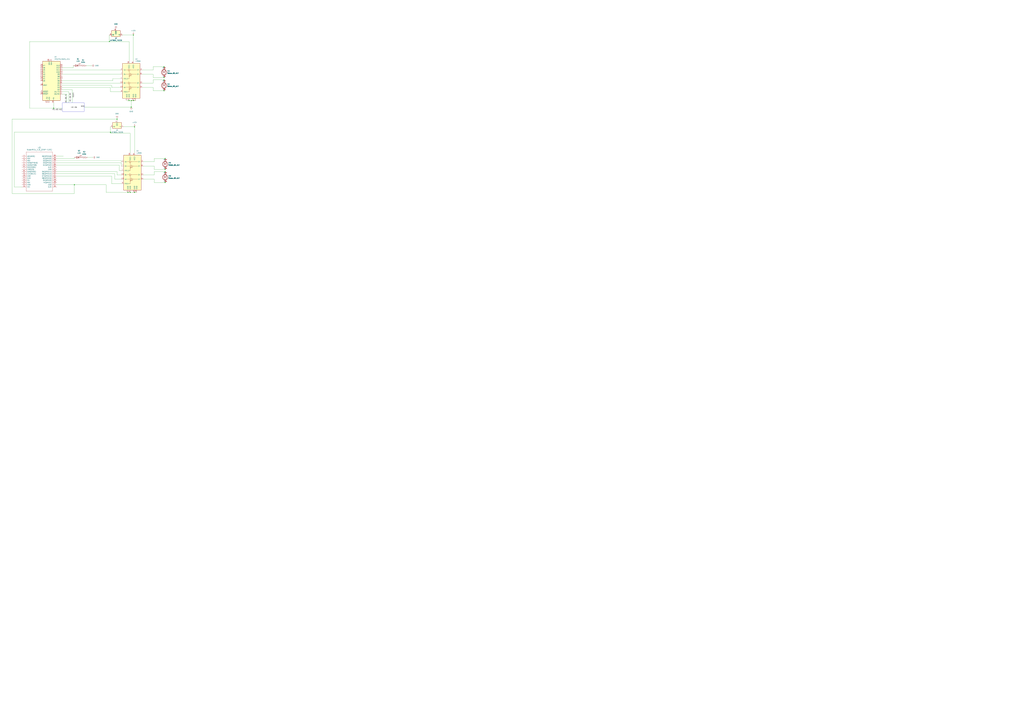
<source format=kicad_sch>
(kicad_sch (version 20230121) (generator eeschema)
  (paper "A0")
  (lib_symbols
    (symbol "Device:LED" (pin_numbers hide) (pin_names (offset 1.016) hide)
      (property "Reference" "D" (at 0 2.54 0))
      (property "Value" "LED" (at 0 -2.54 0))
      (symbol "LED_0_1"
        (polyline (pts (xy -1.27 -1.27) (xy -1.27 1.27)) (stroke (width 0.254)))
        (polyline (pts (xy -1.27 0) (xy 1.27 0)))
        (polyline (pts (xy 1.27 -1.27) (xy 1.27 1.27) (xy -1.27 0) (xy 1.27 -1.27)) (stroke (width 0.254)))
        (polyline (pts (xy -3.048 -0.762) (xy -4.572 -2.286) (xy -3.81 -2.286) (xy -4.572 -2.286) (xy -4.572 -1.524)))
        (polyline (pts (xy -1.778 -0.762) (xy -3.302 -2.286) (xy -2.54 -2.286) (xy -3.302 -2.286) (xy -3.302 -1.524)))
      )
      (symbol "LED_1_1"
        (pin passive line (at -3.81 0 0) (length 2.54) (name "K") (number "1"))
        (pin passive line (at 3.81 0 180) (length 2.54) (name "A") (number "2"))
      )
    )
    (symbol "Device:R_US" (pin_numbers hide) (pin_names (offset 0))
      (property "Reference" "R" (at 2.54 0 90))
      (property "Value" "R_US" (at -2.54 0 90))
      (symbol "R_US_0_1"
        (polyline (pts (xy 0 -2.286) (xy 0 -2.54)))
        (polyline (pts (xy 0 2.286) (xy 0 2.54)))
        (polyline (pts (xy 0 -0.762) (xy 1.016 -1.143) (xy 0 -1.524) (xy -1.016 -1.905) (xy 0 -2.286)))
        (polyline (pts (xy 0 0.762) (xy 1.016 0.381) (xy 0 0) (xy -1.016 -0.381) (xy 0 -0.762)))
        (polyline (pts (xy 0 2.286) (xy 1.016 1.905) (xy 0 1.524) (xy -1.016 1.143) (xy 0 0.762)))
      )
      (symbol "R_US_1_1"
        (pin passive line (at 0 3.81 270) (length 1.27) (name "~") (number "1"))
        (pin passive line (at 0 -3.81 90) (length 1.27) (name "~") (number "2"))
      )
    )
    (symbol "Driver_Motor:L293D" (pin_names (offset 1.016))
      (property "Reference" "U" (at -5.08 26.035 0))
      (property "Value" "L293D" (at -5.08 24.13 0))
      (symbol "L293D_0_1"
        (rectangle (start -10.16 22.86) (end 10.16 -17.78) (stroke (width 0.254)) (fill (type background)))
        (circle (center -2.286 -6.858) (radius 0.254) (fill (type outline)))
        (circle (center -2.286 8.255) (radius 0.254) (fill (type outline)))
        (polyline (pts (xy -6.35 -4.953) (xy -1.27 -4.953)))
        (polyline (pts (xy -6.35 0.127) (xy -3.175 0.127)))
        (polyline (pts (xy -6.35 10.16) (xy -1.27 10.16)))
        (polyline (pts (xy -6.35 15.24) (xy -3.175 15.24)))
        (polyline (pts (xy -1.27 0.127) (xy 6.35 0.127)))
        (polyline (pts (xy -1.27 15.24) (xy 6.35 15.24)))
        (polyline (pts (xy 0.635 -4.953) (xy 6.35 -4.953)))
        (polyline (pts (xy 0.635 10.16) (xy 6.35 10.16)))
        (polyline (pts (xy -2.286 -6.858) (xy -0.254 -6.858) (xy -0.254 -5.588)))
        (polyline (pts (xy -2.286 -0.635) (xy -2.286 -10.16) (xy -3.556 -10.16)))
        (polyline (pts (xy -2.286 8.255) (xy -0.254 8.255) (xy -0.254 9.525)))
        (polyline (pts (xy -2.286 14.478) (xy -2.286 5.08) (xy -3.556 5.08)))
        (polyline (pts (xy -3.175 1.397) (xy -3.175 -1.143) (xy -1.27 0.127) (xy -3.175 1.397)))
        (polyline (pts (xy -3.175 16.51) (xy -3.175 13.97) (xy -1.27 15.24) (xy -3.175 16.51)))
        (polyline (pts (xy -1.27 -3.683) (xy -1.27 -6.223) (xy 0.635 -4.953) (xy -1.27 -3.683)))
        (polyline (pts (xy -1.27 11.43) (xy -1.27 8.89) (xy 0.635 10.16) (xy -1.27 11.43)))
      )
      (symbol "L293D_1_1"
        (pin input line (at -12.7 5.08 0) (length 2.54) (name "EN1,2") (number "1"))
        (pin input line (at -12.7 0 0) (length 2.54) (name "3A") (number "10"))
        (pin output line (at 12.7 0 180) (length 2.54) (name "3Y") (number "11"))
        (pin power_in line (at 2.54 -20.32 90) (length 2.54) (name "GND") (number "12"))
        (pin power_in line (at 5.08 -20.32 90) (length 2.54) (name "GND") (number "13"))
        (pin output line (at 12.7 -5.08 180) (length 2.54) (name "4Y") (number "14"))
        (pin input line (at -12.7 -5.08 0) (length 2.54) (name "4A") (number "15"))
        (pin power_in line (at -2.54 25.4 270) (length 2.54) (name "VCC1") (number "16"))
        (pin input line (at -12.7 15.24 0) (length 2.54) (name "1A") (number "2"))
        (pin output line (at 12.7 15.24 180) (length 2.54) (name "1Y") (number "3"))
        (pin power_in line (at -5.08 -20.32 90) (length 2.54) (name "GND") (number "4"))
        (pin power_in line (at -2.54 -20.32 90) (length 2.54) (name "GND") (number "5"))
        (pin output line (at 12.7 10.16 180) (length 2.54) (name "2Y") (number "6"))
        (pin input line (at -12.7 10.16 0) (length 2.54) (name "2A") (number "7"))
        (pin power_in line (at 2.54 25.4 270) (length 2.54) (name "VCC2") (number "8"))
        (pin input line (at -12.7 -10.16 0) (length 2.54) (name "EN3,4") (number "9"))
      )
    )
    (symbol "ESP8266:NodeMCU_1.0_(ESP-12E)" (pin_names (offset 1.016))
      (property "Reference" "U" (at 0 21.59 0))
      (property "Value" "NodeMCU_1.0_(ESP-12E)" (at 0 -21.59 0))
      (symbol "NodeMCU_1.0_(ESP-12E)_0_1"
        (rectangle (start -15.24 -22.86) (end 15.24 22.86))
      )
      (symbol "NodeMCU_1.0_(ESP-12E)_1_1"
        (pin input line (at -20.32 17.78 0) (length 5.08) (name "A0(ADC0)") (number "1"))
        (pin input line (at -20.32 -5.08 0) (length 5.08) (name "GND") (number "10"))
        (pin power_out line (at -20.32 -7.62 0) (length 5.08) (name "3.3V") (number "11"))
        (pin input line (at -20.32 -10.16 0) (length 5.08) (name "EN") (number "12"))
        (pin input line (at -20.32 -12.7 0) (length 5.08) (name "RST") (number "13"))
        (pin power_in line (at -20.32 -15.24 0) (length 5.08) (name "GND") (number "14"))
        (pin power_in line (at -20.32 -17.78 0) (length 5.08) (name "VIN") (number "15"))
        (pin power_out line (at 20.32 -17.78 180) (length 5.08) (name "3.3V") (number "16"))
        (pin power_in line (at 20.32 -15.24 180) (length 5.08) (name "GND") (number "17"))
        (pin bidirectional line (at 20.32 -12.7 180) (length 5.08) (name "TX(GPIO1)") (number "18"))
        (pin bidirectional line (at 20.32 -10.16 180) (length 5.08) (name "RX(DPIO3)") (number "19"))
        (pin input line (at -20.32 15.24 0) (length 5.08) (name "RSV") (number "2"))
        (pin bidirectional line (at 20.32 -7.62 180) (length 5.08) (name "D8(GPIO15)") (number "20"))
        (pin bidirectional line (at 20.32 -5.08 180) (length 5.08) (name "D7(GPIO13)") (number "21"))
        (pin bidirectional line (at 20.32 -2.54 180) (length 5.08) (name "D6(GPIO12)") (number "22"))
        (pin bidirectional line (at 20.32 0 180) (length 5.08) (name "D5(GPIO14)") (number "23"))
        (pin power_in line (at 20.32 2.54 180) (length 5.08) (name "GND") (number "24"))
        (pin power_out line (at 20.32 5.08 180) (length 5.08) (name "3.3V") (number "25"))
        (pin bidirectional line (at 20.32 7.62 180) (length 5.08) (name "D4(GPIO2)") (number "26"))
        (pin bidirectional line (at 20.32 10.16 180) (length 5.08) (name "D3(GPIO0)") (number "27"))
        (pin bidirectional line (at 20.32 12.7 180) (length 5.08) (name "D2(GPIO4)") (number "28"))
        (pin bidirectional line (at 20.32 15.24 180) (length 5.08) (name "D1(GPIO5)") (number "29"))
        (pin input line (at -20.32 12.7 0) (length 5.08) (name "RSV") (number "3"))
        (pin bidirectional line (at 20.32 17.78 180) (length 5.08) (name "D0(GPIO16)") (number "30"))
        (pin bidirectional line (at -20.32 10.16 0) (length 5.08) (name "SD3(GPIO10)") (number "4"))
        (pin bidirectional line (at -20.32 7.62 0) (length 5.08) (name "SD2(GPIO9)") (number "5"))
        (pin bidirectional line (at -20.32 5.08 0) (length 5.08) (name "SD1(MOSI)") (number "6"))
        (pin bidirectional line (at -20.32 2.54 0) (length 5.08) (name "CMD(CS)") (number "7"))
        (pin bidirectional line (at -20.32 0 0) (length 5.08) (name "SDO(MISO)") (number "8"))
        (pin bidirectional line (at -20.32 -2.54 0) (length 5.08) (name "CLK(SCLK)") (number "9"))
      )
    )
    (symbol "MCU_Module:Arduino_Nano_v2.x"
      (property "Reference" "A" (at -10.16 23.495 0))
      (property "Value" "Arduino_Nano_v2.x" (at 5.08 -24.13 0))
      (symbol "Arduino_Nano_v2.x_0_1"
        (rectangle (start -10.16 22.86) (end 10.16 -22.86) (stroke (width 0.254)) (fill (type background)))
      )
      (symbol "Arduino_Nano_v2.x_1_1"
        (pin bidirectional line (at -12.7 12.7 0) (length 2.54) (name "D1/TX") (number "1"))
        (pin bidirectional line (at -12.7 -2.54 0) (length 2.54) (name "D7") (number "10"))
        (pin bidirectional line (at -12.7 -5.08 0) (length 2.54) (name "D8") (number "11"))
        (pin bidirectional line (at -12.7 -7.62 0) (length 2.54) (name "D9") (number "12"))
        (pin bidirectional line (at -12.7 -10.16 0) (length 2.54) (name "D10") (number "13"))
        (pin bidirectional line (at -12.7 -12.7 0) (length 2.54) (name "D11") (number "14"))
        (pin bidirectional line (at -12.7 -15.24 0) (length 2.54) (name "D12") (number "15"))
        (pin bidirectional line (at -12.7 -17.78 0) (length 2.54) (name "D13") (number "16"))
        (pin power_out line (at 2.54 25.4 270) (length 2.54) (name "3V3") (number "17"))
        (pin input line (at 12.7 5.08 180) (length 2.54) (name "AREF") (number "18"))
        (pin bidirectional line (at 12.7 0 180) (length 2.54) (name "A0") (number "19"))
        (pin bidirectional line (at -12.7 15.24 0) (length 2.54) (name "D0/RX") (number "2"))
        (pin bidirectional line (at 12.7 -2.54 180) (length 2.54) (name "A1") (number "20"))
        (pin bidirectional line (at 12.7 -5.08 180) (length 2.54) (name "A2") (number "21"))
        (pin bidirectional line (at 12.7 -7.62 180) (length 2.54) (name "A3") (number "22"))
        (pin bidirectional line (at 12.7 -10.16 180) (length 2.54) (name "A4") (number "23"))
        (pin bidirectional line (at 12.7 -12.7 180) (length 2.54) (name "A5") (number "24"))
        (pin bidirectional line (at 12.7 -15.24 180) (length 2.54) (name "A6") (number "25"))
        (pin bidirectional line (at 12.7 -17.78 180) (length 2.54) (name "A7") (number "26"))
        (pin power_out line (at 5.08 25.4 270) (length 2.54) (name "+5V") (number "27"))
        (pin input line (at 12.7 15.24 180) (length 2.54) (name "~{RESET}") (number "28"))
        (pin power_in line (at 2.54 -25.4 90) (length 2.54) (name "GND") (number "29"))
        (pin input line (at 12.7 12.7 180) (length 2.54) (name "~{RESET}") (number "3"))
        (pin power_in line (at -2.54 25.4 270) (length 2.54) (name "VIN") (number "30"))
        (pin power_in line (at 0 -25.4 90) (length 2.54) (name "GND") (number "4"))
        (pin bidirectional line (at -12.7 10.16 0) (length 2.54) (name "D2") (number "5"))
        (pin bidirectional line (at -12.7 7.62 0) (length 2.54) (name "D3") (number "6"))
        (pin bidirectional line (at -12.7 5.08 0) (length 2.54) (name "D4") (number "7"))
        (pin bidirectional line (at -12.7 2.54 0) (length 2.54) (name "D5") (number "8"))
        (pin bidirectional line (at -12.7 0 0) (length 2.54) (name "D6") (number "9"))
      )
    )
    (symbol "Motor:Motor_DC_ALT" (pin_names (offset 0))
      (property "Reference" "M" (at 2.54 2.54 0))
      (property "Value" "Motor_DC_ALT" (at 2.54 -5.08 0))
      (symbol "Motor_DC_ALT_0_0"
        (circle (center 0 -1.524) (radius 2.9718) (stroke (width 0.254)))
        (polyline (pts (xy -1.27 -4.318) (xy -1.27 -5.08) (xy 1.27 -5.08) (xy 1.27 -4.318)))
        (polyline (pts (xy -1.27 1.27) (xy -1.27 2.032) (xy 1.27 2.032) (xy 1.27 1.27)))
        (polyline (pts (xy -1.27 -3.302) (xy -1.27 0.508) (xy 0 -2.032) (xy 1.27 0.508) (xy 1.27 -3.302)))
      )
      (symbol "Motor_DC_ALT_0_1"
        (polyline (pts (xy 0 2.032) (xy 0 2.54)))
      )
      (symbol "Motor_DC_ALT_1_1"
        (pin passive line (at 0 5.08 270) (length 2.54) (name "+") (number "1"))
        (pin passive line (at 0 -7.62 90) (length 2.54) (name "-") (number "2"))
      )
    )
    (symbol "Regulator_Linear:LM7805_TO220" (pin_names (offset 0.254))
      (property "Reference" "U" (at -3.81 3.175 0))
      (property "Value" "LM7805_TO220" (at 0 3.175 0))
      (symbol "LM7805_TO220_0_1"
        (rectangle (start -5.08 1.905) (end 5.08 -5.08) (stroke (width 0.254)) (fill (type background)))
      )
      (symbol "LM7805_TO220_1_1"
        (pin power_in line (at -7.62 0 0) (length 2.54) (name "VI") (number "1"))
        (pin power_in line (at 0 -7.62 90) (length 2.54) (name "GND") (number "2"))
        (pin power_out line (at 7.62 0 180) (length 2.54) (name "VO") (number "3"))
      )
    )
    (symbol "power:+12V" (power) (pin_names (offset 0))
      (property "Value" "+12V" (at 0 3.556 0))
      (symbol "+12V_0_1"
        (polyline (pts (xy -0.762 1.27) (xy 0 2.54)))
        (polyline (pts (xy 0 0) (xy 0 2.54)))
        (polyline (pts (xy 0 2.54) (xy 0.762 1.27)))
      )
      (symbol "+12V_1_1"
        (pin power_in line (at 0 0 90) (length 0) hide (name "+12V") (number "1"))
      )
    )
    (symbol "power:GND" (power) (pin_names (offset 0))
      (property "Value" "GND" (at 0 -3.81 0))
      (symbol "GND_0_1"
        (polyline (pts (xy 0 0) (xy 0 -1.27) (xy 1.27 -1.27) (xy 0 -2.54) (xy -1.27 -1.27) (xy 0 -1.27)))
      )
      (symbol "GND_1_1"
        (pin power_in line (at 0 0 270) (length 0) hide (name "GND") (number "1"))
      )
    )
  )
  (junction (at 135.89 138.43))
  (junction (at 191.77 184.15))
  (junction (at 152.4 116.84))
  (junction (at 156.21 223.52))
  (junction (at 128.27 153.67))
  (junction (at 191.77 196.85))
  (junction (at 149.86 116.84))
  (junction (at 152.4 124.46))
  (junction (at 154.94 116.84))
  (junction (at 190.5 77.47))
  (junction (at 156.21 147.32))
  (junction (at 191.77 212.09))
  (junction (at 190.5 92.71))
  (junction (at 191.77 199.39))
  (junction (at 190.5 90.17))
  (junction (at 127 48.26))
  (junction (at 86.36 214.63))
  (junction (at 62.23 125.73))
  (junction (at 154.94 40.64))
  (junction (at 148.59 223.52))
  (junction (at 190.5 105.41))
  (junction (at 151.13 223.52))
  (wire (pts (xy 85.09 78.74) (xy 85.09 76.2)))
  (wire (pts (xy 34.29 48.26) (xy 34.29 125.73)))
  (wire (pts (xy 140.97 189.23) (xy 140.97 193.04)))
  (wire (pts (xy 166.37 208.28) (xy 179.07 208.28)))
  (wire (pts (xy 16.51 153.67) (xy 16.51 217.17)))
  (wire (pts (xy 86.36 224.79) (xy 86.36 214.63)))
  (wire (pts (xy 140.97 186.69) (xy 140.97 187.96)))
  (wire (pts (xy 72.39 101.6) (xy 128.27 101.6)))
  (wire (pts (xy 66.04 204.47) (xy 129.54 204.47)))
  (wire (pts (xy 135.89 137.16) (xy 135.89 138.43)))
  (wire (pts (xy 133.35 208.28) (xy 140.97 208.28)))
  (wire (pts (xy 129.54 99.06) (xy 72.39 99.06)))
  (wire (pts (xy 179.07 199.39) (xy 179.07 203.2)))
  (wire (pts (xy 128.27 153.67) (xy 16.51 153.67)))
  (wire (pts (xy 127 48.26) (xy 34.29 48.26)))
  (wire (pts (xy 154.94 40.64) (xy 154.94 71.12)))
  (wire (pts (xy 139.7 101.6) (xy 129.54 101.6)))
  (wire (pts (xy 66.04 184.15) (xy 86.36 184.15)))
  (wire (pts (xy 177.8 101.6) (xy 177.8 105.41)))
  (wire (pts (xy 135.89 138.43) (xy 13.97 138.43)))
  (wire (pts (xy 129.54 101.6) (xy 129.54 99.06)))
  (wire (pts (xy 179.07 199.39) (xy 191.77 199.39)))
  (wire (pts (xy 129.54 204.47) (xy 129.54 213.36)))
  (wire (pts (xy 156.21 147.32) (xy 156.21 177.8)))
  (wire (pts (xy 151.13 154.94) (xy 151.13 177.8)))
  (wire (pts (xy 135.89 138.43) (xy 135.89 139.7)))
  (wire (pts (xy 72.39 86.36) (xy 139.7 86.36)))
  (wire (pts (xy 179.07 212.09) (xy 191.77 212.09)))
  (wire (pts (xy 72.39 106.68) (xy 80.01 106.68)))
  (wire (pts (xy 138.43 191.77) (xy 138.43 198.12)))
  (wire (pts (xy 101.6 182.88) (xy 107.95 182.88)))
  (wire (pts (xy 66.04 214.63) (xy 86.36 214.63)))
  (wire (pts (xy 179.07 196.85) (xy 191.77 196.85)))
  (wire (pts (xy 154.94 116.84) (xy 157.48 116.84)))
  (wire (pts (xy 179.07 208.28) (xy 179.07 212.09)))
  (wire (pts (xy 179.07 184.15) (xy 191.77 184.15)))
  (wire (pts (xy 143.51 147.32) (xy 156.21 147.32)))
  (wire (pts (xy 128.27 106.68) (xy 139.7 106.68)))
  (wire (pts (xy 72.39 104.14) (xy 83.82 104.14)))
  (wire (pts (xy 166.37 203.2) (xy 179.07 203.2)))
  (wire (pts (xy 166.37 193.04) (xy 179.07 193.04)))
  (wire (pts (xy 77.47 109.22) (xy 77.47 119.38)))
  (wire (pts (xy 177.8 90.17) (xy 190.5 90.17)))
  (wire (pts (xy 97.79 124.46) (xy 152.4 124.46)))
  (wire (pts (xy 66.04 201.93) (xy 133.35 201.93)))
  (wire (pts (xy 62.23 125.73) (xy 72.39 125.73)))
  (wire (pts (xy 129.54 213.36) (xy 140.97 213.36)))
  (wire (pts (xy 165.1 81.28) (xy 177.8 81.28)))
  (wire (pts (xy 148.59 223.52) (xy 151.13 223.52)))
  (wire (pts (xy 142.24 40.64) (xy 154.94 40.64)))
  (wire (pts (xy 135.89 203.2) (xy 140.97 203.2)))
  (wire (pts (xy 156.21 223.52) (xy 158.75 223.52)))
  (wire (pts (xy 127 40.64) (xy 127 48.26)))
  (wire (pts (xy 123.19 223.52) (xy 148.59 223.52)))
  (wire (pts (xy 149.86 116.84) (xy 152.4 116.84)))
  (wire (pts (xy 72.39 109.22) (xy 77.47 109.22)))
  (wire (pts (xy 100.33 76.2) (xy 106.68 76.2)))
  (wire (pts (xy 66.04 186.69) (xy 140.97 186.69)))
  (wire (pts (xy 34.29 125.73) (xy 62.23 125.73)))
  (wire (pts (xy 135.89 199.39) (xy 135.89 203.2)))
  (wire (pts (xy 128.27 154.94) (xy 151.13 154.94)))
  (wire (pts (xy 179.07 193.04) (xy 179.07 196.85)))
  (wire (pts (xy 130.81 91.44) (xy 139.7 91.44)))
  (wire (pts (xy 177.8 77.47) (xy 190.5 77.47)))
  (wire (pts (xy 165.1 96.52) (xy 177.8 96.52)))
  (wire (pts (xy 166.37 187.96) (xy 179.07 187.96)))
  (wire (pts (xy 151.13 223.52) (xy 156.21 223.52)))
  (wire (pts (xy 138.43 198.12) (xy 140.97 198.12)))
  (wire (pts (xy 66.04 181.61) (xy 73.66 181.61)))
  (wire (pts (xy 152.4 116.84) (xy 152.4 124.46)))
  (wire (pts (xy 72.39 96.52) (xy 139.7 96.52)))
  (wire (pts (xy 127 48.26) (xy 149.86 48.26)))
  (wire (pts (xy 147.32 116.84) (xy 149.86 116.84)))
  (wire (pts (xy 165.1 101.6) (xy 177.8 101.6)))
  (wire (pts (xy 72.39 81.28) (xy 139.7 81.28)))
  (wire (pts (xy 177.8 92.71) (xy 190.5 92.71)))
  (wire (pts (xy 130.81 93.98) (xy 130.81 91.44)))
  (wire (pts (xy 149.86 48.26) (xy 149.86 71.12)))
  (wire (pts (xy 177.8 105.41) (xy 190.5 105.41)))
  (wire (pts (xy 165.1 86.36) (xy 177.8 86.36)))
  (wire (pts (xy 66.04 199.39) (xy 135.89 199.39)))
  (wire (pts (xy 72.39 93.98) (xy 130.81 93.98)))
  (wire (pts (xy 86.36 184.15) (xy 86.36 182.88)))
  (wire (pts (xy 66.04 191.77) (xy 138.43 191.77)))
  (wire (pts (xy 179.07 184.15) (xy 179.07 187.96)))
  (wire (pts (xy 152.4 116.84) (xy 154.94 116.84)))
  (wire (pts (xy 66.04 189.23) (xy 140.97 189.23)))
  (wire (pts (xy 86.36 214.63) (xy 123.19 214.63)))
  (wire (pts (xy 16.51 217.17) (xy 25.4 217.17)))
  (wire (pts (xy 177.8 77.47) (xy 177.8 81.28)))
  (wire (pts (xy 83.82 104.14) (xy 83.82 119.38)))
  (wire (pts (xy 128.27 101.6) (xy 128.27 106.68)))
  (wire (pts (xy 128.27 147.32) (xy 128.27 153.67)))
  (wire (pts (xy 123.19 214.63) (xy 123.19 223.52)))
  (wire (pts (xy 13.97 138.43) (xy 13.97 224.79)))
  (wire (pts (xy 177.8 86.36) (xy 177.8 90.17)))
  (wire (pts (xy 13.97 224.79) (xy 86.36 224.79)))
  (wire (pts (xy 62.23 119.38) (xy 62.23 125.73)))
  (wire (pts (xy 72.39 78.74) (xy 85.09 78.74)))
  (wire (pts (xy 80.01 106.68) (xy 80.01 119.38)))
  (wire (pts (xy 133.35 201.93) (xy 133.35 208.28)))
  (wire (pts (xy 128.27 153.67) (xy 128.27 154.94)))
  (wire (pts (xy 177.8 92.71) (xy 177.8 96.52)))
  (rectangle (start 72.39 119.38) (end 97.79 129.54))
  (label "HC-05 RX" (at 82.55 118.11 90))
  (label "HC-05 VCC" (at 60.96 128.27 0))
  (label "GND" (at 93.98 124.46 0))
  (label "STATE" (at 86.36 113.03 90))
  (label "HC-05" (at 82.55 125.73 0))
  (label "HC-05 TX" (at 77.47 119.38 90))
  (symbol (lib_id "Regulator_Linear:LM7805_TO220") (at 135.89 147.32 180) (unit 1)
    (property "Reference" "U3" (at 135.89 151.13 0))
    (property "Value" "LM7805_TO220" (at 135.89 153.67 0))
    (property "Footprint" "Package_TO_SOT_THT:TO-220-3_Vertical" (effects hide))
    (property "Datasheet" "https://www.onsemi.cn/PowerSolutions/document/MC7800-D.PDF" (effects hide))
  )
  (symbol (lib_id "Motor:Motor_DC_ALT") (at 190.5 97.79 0) (unit 1)
    (property "Reference" "M4" (effects hide))
    (property "Value" "Motor_DC_ALT" (at 194.31 100.33 0) (effects (justify left)))
  )
  (symbol (lib_id "power:+12V") (at 154.94 40.64 0) (unit 1)
    (property "Reference" "#PWR01" (effects hide))
    (property "Value" "+12V" (at 154.94 35.56 0))
  )
  (symbol (lib_id "Device:R_US") (at 97.79 182.88 90) (unit 1)
    (property "Reference" "R2" (at 97.79 176.53 90))
    (property "Value" "220k" (at 97.79 179.07 90))
  )
  (symbol (lib_id "power:GND") (at 152.4 124.46 0) (unit 1)
    (property "Reference" "#PWR04" (effects hide))
    (property "Value" "GND" (at 152.4 129.54 0))
  )
  (symbol (lib_id "Driver_Motor:L293D") (at 152.4 96.52 0) (unit 1)
    (property "Reference" "U1" (at 157.1341 68.58 0) (effects (justify left)))
    (property "Value" "L293D" (at 157.1341 71.12 0) (effects (justify left)))
    (property "Footprint" "Package_DIP:DIP-16_W7.62mm" (effects hide))
    (property "Datasheet" "http://www.ti.com/lit/ds/symlink/l293.pdf" (effects hide))
  )
  (symbol (lib_id "power:GND") (at 134.62 33.02 180) (unit 1)
    (property "Reference" "#PWR02" (effects hide))
    (property "Value" "GND" (at 134.62 27.94 0))
  )
  (symbol (lib_id "Motor:Motor_DC_ALT") (at 191.77 189.23 0) (unit 1)
    (property "Reference" "M5" (effects hide))
    (property "Value" "Motor_DC_ALT" (at 195.58 191.77 0) (effects (justify left)))
  )
  (symbol (lib_id "Driver_Motor:L293D") (at 153.67 203.2 0) (unit 1)
    (property "Reference" "U4" (at 158.4041 175.26 0) (effects (justify left)))
    (property "Value" "L293D" (at 158.4041 177.8 0) (effects (justify left)))
    (property "Footprint" "Package_DIP:DIP-16_W7.62mm" (effects hide))
    (property "Datasheet" "http://www.ti.com/lit/ds/symlink/l293.pdf" (effects hide))
  )
  (symbol (lib_id "Regulator_Linear:LM7805_TO220") (at 134.62 40.64 180) (unit 1)
    (property "Reference" "U2" (at 134.62 44.45 0))
    (property "Value" "LM7805_TO220" (at 134.62 46.99 0))
    (property "Footprint" "Package_TO_SOT_THT:TO-220-3_Vertical" (effects hide))
    (property "Datasheet" "https://www.onsemi.cn/PowerSolutions/document/MC7800-D.PDF" (effects hide))
  )
  (symbol (lib_id "MCU_Module:Arduino_Nano_v2.x") (at 59.69 93.98 180) (unit 1)
    (property "Reference" "A1" (at 63.3161 66.04 0) (effects (justify right)))
    (property "Value" "Arduino_Nano_v2.x" (at 63.3161 68.58 0) (effects (justify right)))
    (property "Footprint" "Module:Arduino_Nano" (effects hide))
    (property "Datasheet" "https://www.arduino.cc/en/uploads/Main/ArduinoNanoManual23.pdf" (effects hide))
  )
  (symbol (lib_id "ESP8266:NodeMCU_1.0_(ESP-12E)") (at 45.72 199.39 0) (unit 1)
    (property "Reference" "U5" (at 45.72 171.45 0) (effects (font (size 1.524 1.524))))
    (property "Value" "NodeMCU_1.0_(ESP-12E)" (at 45.72 173.99 0) (effects (font (size 1.524 1.524))))
  )
  (symbol (lib_id "Motor:Motor_DC_ALT") (at 190.5 82.55 0) (unit 1)
    (property "Reference" "M1" (effects hide))
    (property "Value" "Motor_DC_ALT" (at 194.31 85.09 0) (effects (justify left)))
  )
  (symbol (lib_id "power:GND") (at 135.89 137.16 180) (unit 1)
    (property "Reference" "#PWR06" (effects hide))
    (property "Value" "GND" (at 135.89 132.08 0))
  )
  (symbol (lib_id "Motor:Motor_DC_ALT") (at 190.5 82.55 0) (unit 1)
    (property "Reference" "M3" (at 194.31 82.55 0) (effects (justify left)))
    (property "Value" "Motor_DC_ALT" (at 194.31 85.09 0) (effects (justify left)))
  )
  (symbol (lib_id "Device:R_US") (at 96.52 76.2 90) (unit 1)
    (property "Reference" "R1" (at 96.52 69.85 90))
    (property "Value" "220k" (at 96.52 72.39 90))
  )
  (symbol (lib_id "power:+12V") (at 156.21 147.32 0) (unit 1)
    (property "Reference" "#PWR08" (effects hide))
    (property "Value" "+12V" (at 156.21 142.24 0))
  )
  (symbol (lib_id "Motor:Motor_DC_ALT") (at 191.77 189.23 0) (unit 1)
    (property "Reference" "M6" (at 195.58 189.23 0) (effects (justify left)))
    (property "Value" "Motor_DC_ALT" (at 195.58 191.77 0) (effects (justify left)))
  )
  (symbol (lib_id "Device:LED") (at 88.9 76.2 180) (unit 1)
    (property "Reference" "D1" (at 90.4875 68.58 0))
    (property "Value" "LED" (at 90.4875 71.12 0))
  )
  (symbol (lib_id "Motor:Motor_DC_ALT") (at 191.77 204.47 0) (unit 1)
    (property "Reference" "M7" (effects hide))
    (property "Value" "Motor_DC_ALT" (at 195.58 207.01 0) (effects (justify left)))
  )
  (symbol (lib_id "power:GND") (at 106.68 76.2 90) (unit 1)
    (property "Reference" "#PWR05" (effects hide))
    (property "Value" "GND" (at 110.49 76.2 90) (effects (justify right)))
  )
  (symbol (lib_id "Motor:Motor_DC_ALT") (at 190.5 97.79 0) (unit 1)
    (property "Reference" "M2" (at 194.31 97.79 0) (effects (justify left)))
    (property "Value" "Motor_DC_ALT" (at 194.31 100.33 0) (effects (justify left)))
  )
  (symbol (lib_id "Motor:Motor_DC_ALT") (at 191.77 204.47 0) (unit 1)
    (property "Reference" "M8" (at 195.58 204.47 0) (effects (justify left)))
    (property "Value" "Motor_DC_ALT" (at 195.58 207.01 0) (effects (justify left)))
  )
  (symbol (lib_id "Device:LED") (at 90.17 182.88 180) (unit 1)
    (property "Reference" "D2" (at 91.7575 175.26 0))
    (property "Value" "LED" (at 91.7575 177.8 0))
  )
  (symbol (lib_id "power:GND") (at 107.95 182.88 90) (unit 1)
    (property "Reference" "#PWR03" (effects hide))
    (property "Value" "GND" (at 111.76 182.88 90) (effects (justify right)))
  )
)
</source>
